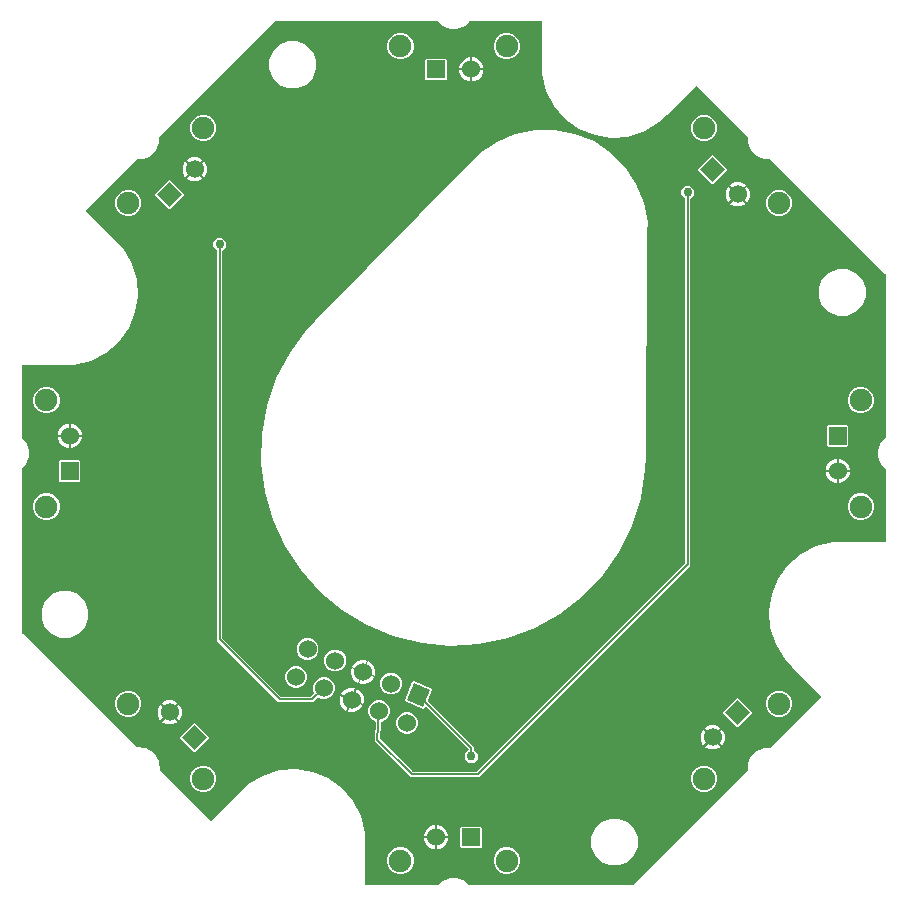
<source format=gbr>
G04 EAGLE Gerber RS-274X export*
G75*
%MOMM*%
%FSLAX34Y34*%
%LPD*%
%INBottom Copper*%
%IPPOS*%
%AMOC8*
5,1,8,0,0,1.08239X$1,22.5*%
G01*
G04 Define Apertures*
%ADD10R,1.530000X1.530000*%
%ADD11C,1.530000*%
%ADD12R,1.530000X1.530000*%
%ADD13C,1.905000*%
%ADD14C,0.756400*%
%ADD15C,0.152400*%
G36*
X-13207Y-365700D02*
X-13504Y-365760D01*
X-74336Y-365760D01*
X-74610Y-365709D01*
X-74866Y-365545D01*
X-75037Y-365295D01*
X-75098Y-364998D01*
X-75098Y-321257D01*
X-78466Y-307226D01*
X-85017Y-294368D01*
X-94389Y-283396D01*
X-106063Y-274914D01*
X-119395Y-269392D01*
X-133648Y-267134D01*
X-148033Y-268266D01*
X-161757Y-272726D01*
X-174061Y-280265D01*
X-179163Y-285367D01*
X-180699Y-286903D01*
X-204991Y-311195D01*
X-205221Y-311353D01*
X-205517Y-311418D01*
X-205815Y-311362D01*
X-206068Y-311195D01*
X-248795Y-268468D01*
X-248937Y-268270D01*
X-249017Y-267978D01*
X-248984Y-267741D01*
X-249831Y-260222D01*
X-253841Y-253841D01*
X-260222Y-249831D01*
X-267732Y-248985D01*
X-267917Y-249018D01*
X-268215Y-248963D01*
X-268468Y-248795D01*
X-365537Y-151726D01*
X-365700Y-151484D01*
X-365760Y-151187D01*
X-365760Y-13504D01*
X-365704Y-13218D01*
X-365537Y-12966D01*
X-361924Y-9352D01*
X-359410Y-3284D01*
X-359410Y3284D01*
X-361924Y9352D01*
X-365537Y12966D01*
X-365700Y13207D01*
X-365760Y13504D01*
X-365760Y74336D01*
X-365709Y74610D01*
X-365545Y74866D01*
X-365295Y75037D01*
X-364998Y75098D01*
X-321257Y75098D01*
X-307226Y78466D01*
X-294368Y85017D01*
X-283396Y94389D01*
X-274914Y106063D01*
X-269392Y119395D01*
X-267134Y133648D01*
X-268266Y148033D01*
X-272726Y161757D01*
X-280265Y174061D01*
X-285367Y179163D01*
X-286502Y180297D01*
X-311195Y204991D01*
X-311353Y205221D01*
X-311418Y205517D01*
X-311362Y205815D01*
X-311195Y206068D01*
X-268180Y249082D01*
X-267939Y249245D01*
X-267642Y249306D01*
X-262532Y249306D01*
X-256463Y251819D01*
X-251819Y256463D01*
X-249306Y262532D01*
X-249306Y267642D01*
X-249250Y267927D01*
X-249082Y268180D01*
X-151726Y365537D01*
X-151484Y365700D01*
X-151187Y365760D01*
X-13504Y365760D01*
X-13218Y365704D01*
X-12966Y365537D01*
X-9352Y361924D01*
X-3284Y359410D01*
X3284Y359410D01*
X9352Y361924D01*
X12966Y365537D01*
X13207Y365700D01*
X13504Y365760D01*
X74336Y365760D01*
X74610Y365709D01*
X74866Y365545D01*
X75037Y365295D01*
X75098Y364998D01*
X75098Y321257D01*
X78466Y307226D01*
X85017Y294368D01*
X94389Y283396D01*
X106063Y274914D01*
X119395Y269392D01*
X133648Y267134D01*
X148033Y268266D01*
X161757Y272726D01*
X174061Y280265D01*
X179163Y285367D01*
X180575Y286780D01*
X204991Y311195D01*
X205221Y311353D01*
X205517Y311418D01*
X205815Y311362D01*
X206068Y311195D01*
X249082Y268180D01*
X249245Y267939D01*
X249306Y267642D01*
X249306Y262532D01*
X251819Y256463D01*
X256463Y251819D01*
X262532Y249306D01*
X267642Y249306D01*
X267927Y249250D01*
X268180Y249082D01*
X365537Y151726D01*
X365700Y151484D01*
X365760Y151187D01*
X365760Y13504D01*
X365704Y13218D01*
X365537Y12966D01*
X361924Y9352D01*
X359410Y3284D01*
X359410Y-3284D01*
X361924Y-9352D01*
X365537Y-12966D01*
X365700Y-13207D01*
X365760Y-13504D01*
X365760Y-74336D01*
X365709Y-74610D01*
X365545Y-74866D01*
X365295Y-75037D01*
X364998Y-75098D01*
X321257Y-75098D01*
X307226Y-78466D01*
X294368Y-85017D01*
X283396Y-94389D01*
X274914Y-106063D01*
X269392Y-119395D01*
X267134Y-133648D01*
X268266Y-148033D01*
X272726Y-161757D01*
X280265Y-174061D01*
X285367Y-179163D01*
X286903Y-180699D01*
X311195Y-204991D01*
X311353Y-205221D01*
X311418Y-205517D01*
X311362Y-205815D01*
X311195Y-206068D01*
X268180Y-249082D01*
X267939Y-249245D01*
X267642Y-249306D01*
X262532Y-249306D01*
X256463Y-251819D01*
X251819Y-256463D01*
X249306Y-262532D01*
X249306Y-267642D01*
X249250Y-267927D01*
X249082Y-268180D01*
X151726Y-365537D01*
X151484Y-365700D01*
X151187Y-365760D01*
X13504Y-365760D01*
X13218Y-365704D01*
X12966Y-365537D01*
X9352Y-361924D01*
X3284Y-359410D01*
X-3284Y-359410D01*
X-9352Y-361924D01*
X-12966Y-365537D01*
X-13207Y-365700D01*
G37*
%LPC*%
G36*
X-47198Y333671D02*
X-42802Y333671D01*
X-38741Y335353D01*
X-35633Y338461D01*
X-33951Y342522D01*
X-33951Y346918D01*
X-35633Y350979D01*
X-38741Y354087D01*
X-42802Y355769D01*
X-47198Y355769D01*
X-51259Y354087D01*
X-54367Y350979D01*
X-56049Y346918D01*
X-56049Y342522D01*
X-54367Y338461D01*
X-51259Y335353D01*
X-47198Y333671D01*
G37*
G36*
X42802Y333671D02*
X47198Y333671D01*
X51259Y335353D01*
X54367Y338461D01*
X56049Y342522D01*
X56049Y346918D01*
X54367Y350979D01*
X51259Y354087D01*
X47198Y355769D01*
X42802Y355769D01*
X38741Y354087D01*
X35633Y350979D01*
X33951Y346918D01*
X33951Y342522D01*
X35633Y338461D01*
X38741Y335353D01*
X42802Y333671D01*
G37*
G36*
X-140217Y309150D02*
X-132325Y309150D01*
X-125034Y312170D01*
X-119453Y317750D01*
X-116433Y325041D01*
X-116433Y332933D01*
X-119453Y340224D01*
X-125034Y345804D01*
X-132325Y348824D01*
X-140217Y348824D01*
X-147508Y345804D01*
X-153088Y340224D01*
X-156108Y332933D01*
X-156108Y325041D01*
X-153088Y317750D01*
X-147508Y312170D01*
X-140217Y309150D01*
G37*
G36*
X15762Y325882D02*
X25190Y325882D01*
X25190Y327147D01*
X23639Y330892D01*
X20772Y333759D01*
X17027Y335310D01*
X15762Y335310D01*
X15762Y325882D01*
G37*
G36*
X4810Y325882D02*
X14238Y325882D01*
X14238Y335310D01*
X12973Y335310D01*
X9228Y333759D01*
X6361Y330892D01*
X4810Y327147D01*
X4810Y325882D01*
G37*
G36*
X-23281Y315946D02*
X-6719Y315946D01*
X-5826Y316839D01*
X-5826Y333401D01*
X-6719Y334294D01*
X-23281Y334294D01*
X-24174Y333401D01*
X-24174Y316839D01*
X-23281Y315946D01*
G37*
G36*
X15762Y314930D02*
X17027Y314930D01*
X20772Y316481D01*
X23639Y319348D01*
X25190Y323093D01*
X25190Y324358D01*
X15762Y324358D01*
X15762Y314930D01*
G37*
G36*
X12973Y314930D02*
X14238Y314930D01*
X14238Y324358D01*
X4810Y324358D01*
X4810Y323093D01*
X6361Y319348D01*
X9228Y316481D01*
X12973Y314930D01*
G37*
G36*
X209732Y264520D02*
X214127Y264520D01*
X218188Y266202D01*
X221296Y269310D01*
X222978Y273371D01*
X222978Y277767D01*
X221296Y281828D01*
X218188Y284936D01*
X214127Y286618D01*
X209732Y286618D01*
X205671Y284936D01*
X202563Y281828D01*
X200880Y277767D01*
X200880Y273371D01*
X202563Y269310D01*
X205671Y266202D01*
X209732Y264520D01*
G37*
G36*
X-214127Y264520D02*
X-209732Y264520D01*
X-205671Y266202D01*
X-202563Y269310D01*
X-200880Y273371D01*
X-200880Y277767D01*
X-202563Y281828D01*
X-205671Y284936D01*
X-209732Y286618D01*
X-214127Y286618D01*
X-218188Y284936D01*
X-221296Y281828D01*
X-222978Y277767D01*
X-222978Y273371D01*
X-221296Y269310D01*
X-218188Y266202D01*
X-214127Y264520D01*
G37*
G36*
X-27114Y-160750D02*
X-2722Y-162998D01*
X21731Y-161566D01*
X45693Y-156486D01*
X68624Y-147873D01*
X90006Y-135922D01*
X109356Y-120901D01*
X126236Y-103152D01*
X140266Y-83073D01*
X151130Y-61118D01*
X158581Y-37784D01*
X162453Y-13597D01*
X162536Y-3522D01*
X164100Y184843D01*
X164100Y184843D01*
X164118Y187015D01*
X164189Y195581D01*
X160963Y212407D01*
X154495Y228271D01*
X145036Y242555D01*
X132955Y254703D01*
X118724Y264240D01*
X102896Y270797D01*
X86088Y274116D01*
X68956Y274068D01*
X52167Y270656D01*
X36376Y264013D01*
X22197Y254396D01*
X16191Y248289D01*
X14667Y246740D01*
X14667Y246740D01*
X-117421Y112440D01*
X-124486Y105257D01*
X-138851Y85417D01*
X-150082Y63648D01*
X-157925Y40442D01*
X-162201Y16323D01*
X-162816Y-8164D01*
X-159755Y-32467D01*
X-153087Y-56037D01*
X-142963Y-78342D01*
X-129610Y-98878D01*
X-113332Y-117182D01*
X-94495Y-132840D01*
X-73524Y-145499D01*
X-50894Y-154873D01*
X-27114Y-160750D01*
G37*
G36*
X218652Y228154D02*
X219915Y228154D01*
X231626Y239865D01*
X231626Y241128D01*
X219915Y252839D01*
X218652Y252839D01*
X206941Y241128D01*
X206941Y239865D01*
X218652Y228154D01*
G37*
G36*
X-225950Y248241D02*
X-219283Y241574D01*
X-212617Y248241D01*
X-213511Y249135D01*
X-217256Y250687D01*
X-221310Y250687D01*
X-225056Y249135D01*
X-225950Y248241D01*
G37*
G36*
X-218206Y240497D02*
X-211539Y233830D01*
X-210645Y234724D01*
X-209093Y238470D01*
X-209093Y242524D01*
X-210645Y246269D01*
X-211539Y247163D01*
X-218206Y240497D01*
G37*
G36*
X-227922Y234724D02*
X-227028Y233830D01*
X-220361Y240497D01*
X-227028Y247163D01*
X-227922Y246269D01*
X-229473Y242524D01*
X-229473Y238470D01*
X-227922Y234724D01*
G37*
G36*
X-221310Y230307D02*
X-217256Y230307D01*
X-213511Y231858D01*
X-212617Y232752D01*
X-219283Y239419D01*
X-225950Y232752D01*
X-225056Y231858D01*
X-221310Y230307D01*
G37*
G36*
X-241128Y206941D02*
X-239865Y206941D01*
X-228154Y218652D01*
X-228154Y219915D01*
X-239865Y231626D01*
X-241128Y231626D01*
X-252839Y219915D01*
X-252839Y218652D01*
X-241128Y206941D01*
G37*
G36*
X233830Y227028D02*
X240497Y220361D01*
X247163Y227028D01*
X246269Y227922D01*
X242524Y229473D01*
X238470Y229473D01*
X234724Y227922D01*
X233830Y227028D01*
G37*
G36*
X-36507Y-274066D02*
X21267Y-274066D01*
X200406Y-94927D01*
X200406Y215447D01*
X200462Y215733D01*
X200629Y215985D01*
X203426Y218782D01*
X203426Y223178D01*
X200318Y226286D01*
X195922Y226286D01*
X192814Y223178D01*
X192814Y218782D01*
X195611Y215985D01*
X195774Y215744D01*
X195834Y215447D01*
X195834Y-92717D01*
X195778Y-93003D01*
X195611Y-93256D01*
X19596Y-269271D01*
X19355Y-269434D01*
X19057Y-269494D01*
X-34297Y-269494D01*
X-34583Y-269438D01*
X-34836Y-269271D01*
X-61876Y-242231D01*
X-62056Y-241945D01*
X-62098Y-241644D01*
X-61244Y-227998D01*
X-61192Y-227765D01*
X-61026Y-227511D01*
X-60775Y-227342D01*
X-57731Y-226081D01*
X-55150Y-223500D01*
X-53754Y-220128D01*
X-53754Y-216479D01*
X-55150Y-213107D01*
X-57731Y-210526D01*
X-61103Y-209129D01*
X-64752Y-209129D01*
X-68124Y-210526D01*
X-70705Y-213107D01*
X-72102Y-216479D01*
X-72102Y-220128D01*
X-70705Y-223500D01*
X-68124Y-226081D01*
X-66269Y-226849D01*
X-65997Y-227040D01*
X-65842Y-227300D01*
X-65800Y-227601D01*
X-66675Y-241582D01*
X-66729Y-241820D01*
X-66751Y-241854D01*
X-66751Y-242779D01*
X-66753Y-242827D01*
X-66810Y-243739D01*
X-66804Y-243769D01*
X-66149Y-244424D01*
X-66117Y-244458D01*
X-65512Y-245143D01*
X-65267Y-245306D01*
X-36507Y-274066D01*
G37*
G36*
X231858Y213511D02*
X232752Y212617D01*
X239419Y219283D01*
X232752Y225950D01*
X231858Y225056D01*
X230307Y221310D01*
X230307Y217256D01*
X231858Y213511D01*
G37*
G36*
X241574Y219283D02*
X248241Y212617D01*
X249135Y213511D01*
X250687Y217256D01*
X250687Y221310D01*
X249135Y225056D01*
X248241Y225950D01*
X241574Y219283D01*
G37*
G36*
X273371Y200880D02*
X277767Y200880D01*
X281828Y202563D01*
X284936Y205671D01*
X286618Y209732D01*
X286618Y214127D01*
X284936Y218188D01*
X281828Y221296D01*
X277767Y222978D01*
X273371Y222978D01*
X269310Y221296D01*
X266202Y218188D01*
X264520Y214127D01*
X264520Y209732D01*
X266202Y205671D01*
X269310Y202563D01*
X273371Y200880D01*
G37*
G36*
X-277767Y200880D02*
X-273371Y200880D01*
X-269310Y202563D01*
X-266202Y205671D01*
X-264520Y209732D01*
X-264520Y214127D01*
X-266202Y218188D01*
X-269310Y221296D01*
X-273371Y222978D01*
X-277767Y222978D01*
X-281828Y221296D01*
X-284936Y218188D01*
X-286618Y214127D01*
X-286618Y209732D01*
X-284936Y205671D01*
X-281828Y202563D01*
X-277767Y200880D01*
G37*
G36*
X238470Y209093D02*
X242524Y209093D01*
X246269Y210645D01*
X247163Y211539D01*
X240497Y218206D01*
X233830Y211539D01*
X234724Y210645D01*
X238470Y209093D01*
G37*
G36*
X-120100Y-210567D02*
X-119161Y-210605D01*
X-118496Y-209940D01*
X-118474Y-209919D01*
X-115321Y-207010D01*
X-115107Y-206871D01*
X-114810Y-206808D01*
X-114513Y-206866D01*
X-111685Y-208037D01*
X-108036Y-208037D01*
X-104664Y-206640D01*
X-102083Y-204060D01*
X-100687Y-200688D01*
X-100687Y-197038D01*
X-102083Y-193666D01*
X-104664Y-191086D01*
X-108036Y-189689D01*
X-111685Y-189689D01*
X-115057Y-191086D01*
X-117638Y-193666D01*
X-119035Y-197038D01*
X-119035Y-200688D01*
X-118181Y-202749D01*
X-118123Y-203059D01*
X-118191Y-203355D01*
X-118368Y-203601D01*
X-120744Y-205792D01*
X-120963Y-205934D01*
X-121260Y-205994D01*
X-146057Y-205994D01*
X-146343Y-205938D01*
X-146596Y-205771D01*
X-195611Y-156756D01*
X-195774Y-156515D01*
X-195834Y-156217D01*
X-195834Y171373D01*
X-195778Y171659D01*
X-195611Y171912D01*
X-192814Y174709D01*
X-192814Y179105D01*
X-195922Y182213D01*
X-200318Y182213D01*
X-203426Y179105D01*
X-203426Y174709D01*
X-200629Y171912D01*
X-200466Y171671D01*
X-200406Y171373D01*
X-200406Y-158427D01*
X-148267Y-210566D01*
X-120131Y-210566D01*
X-120100Y-210567D01*
G37*
G36*
X325041Y116433D02*
X332933Y116433D01*
X340224Y119453D01*
X345804Y125034D01*
X348824Y132325D01*
X348824Y140217D01*
X345804Y147508D01*
X340224Y153088D01*
X332933Y156108D01*
X325041Y156108D01*
X317750Y153088D01*
X312170Y147508D01*
X309150Y140217D01*
X309150Y132325D01*
X312170Y125034D01*
X317750Y119453D01*
X325041Y116433D01*
G37*
G36*
X-346918Y33951D02*
X-342522Y33951D01*
X-338461Y35633D01*
X-335353Y38741D01*
X-333671Y42802D01*
X-333671Y47198D01*
X-335353Y51259D01*
X-338461Y54367D01*
X-342522Y56049D01*
X-346918Y56049D01*
X-350979Y54367D01*
X-354087Y51259D01*
X-355769Y47198D01*
X-355769Y42802D01*
X-354087Y38741D01*
X-350979Y35633D01*
X-346918Y33951D01*
G37*
G36*
X342522Y33951D02*
X346918Y33951D01*
X350979Y35633D01*
X354087Y38741D01*
X355769Y42802D01*
X355769Y47198D01*
X354087Y51259D01*
X350979Y54367D01*
X346918Y56049D01*
X342522Y56049D01*
X338461Y54367D01*
X335353Y51259D01*
X333671Y47198D01*
X333671Y42802D01*
X335353Y38741D01*
X338461Y35633D01*
X342522Y33951D01*
G37*
G36*
X-335310Y15762D02*
X-325882Y15762D01*
X-325882Y25190D01*
X-327147Y25190D01*
X-330892Y23639D01*
X-333759Y20772D01*
X-335310Y17027D01*
X-335310Y15762D01*
G37*
G36*
X-324358Y15762D02*
X-314930Y15762D01*
X-314930Y17027D01*
X-316481Y20772D01*
X-319348Y23639D01*
X-323093Y25190D01*
X-324358Y25190D01*
X-324358Y15762D01*
G37*
G36*
X316839Y5826D02*
X333401Y5826D01*
X334294Y6719D01*
X334294Y23281D01*
X333401Y24174D01*
X316839Y24174D01*
X315946Y23281D01*
X315946Y6719D01*
X316839Y5826D01*
G37*
G36*
X-324358Y4810D02*
X-323093Y4810D01*
X-319348Y6361D01*
X-316481Y9228D01*
X-314930Y12973D01*
X-314930Y14238D01*
X-324358Y14238D01*
X-324358Y4810D01*
G37*
G36*
X-327147Y4810D02*
X-325882Y4810D01*
X-325882Y14238D01*
X-335310Y14238D01*
X-335310Y12973D01*
X-333759Y9228D01*
X-330892Y6361D01*
X-327147Y4810D01*
G37*
G36*
X325882Y-14238D02*
X335310Y-14238D01*
X335310Y-12973D01*
X333759Y-9228D01*
X330892Y-6361D01*
X327147Y-4810D01*
X325882Y-4810D01*
X325882Y-14238D01*
G37*
G36*
X314930Y-14238D02*
X324358Y-14238D01*
X324358Y-4810D01*
X323093Y-4810D01*
X319348Y-6361D01*
X316481Y-9228D01*
X314930Y-12973D01*
X314930Y-14238D01*
G37*
G36*
X-333401Y-24174D02*
X-316839Y-24174D01*
X-315946Y-23281D01*
X-315946Y-6719D01*
X-316839Y-5826D01*
X-333401Y-5826D01*
X-334294Y-6719D01*
X-334294Y-23281D01*
X-333401Y-24174D01*
G37*
G36*
X323093Y-25190D02*
X324358Y-25190D01*
X324358Y-15762D01*
X314930Y-15762D01*
X314930Y-17027D01*
X316481Y-20772D01*
X319348Y-23639D01*
X323093Y-25190D01*
G37*
G36*
X325882Y-25190D02*
X327147Y-25190D01*
X330892Y-23639D01*
X333759Y-20772D01*
X335310Y-17027D01*
X335310Y-15762D01*
X325882Y-15762D01*
X325882Y-25190D01*
G37*
G36*
X-346918Y-56049D02*
X-342522Y-56049D01*
X-338461Y-54367D01*
X-335353Y-51259D01*
X-333671Y-47198D01*
X-333671Y-42802D01*
X-335353Y-38741D01*
X-338461Y-35633D01*
X-342522Y-33951D01*
X-346918Y-33951D01*
X-350979Y-35633D01*
X-354087Y-38741D01*
X-355769Y-42802D01*
X-355769Y-47198D01*
X-354087Y-51259D01*
X-350979Y-54367D01*
X-346918Y-56049D01*
G37*
G36*
X342522Y-56049D02*
X346918Y-56049D01*
X350979Y-54367D01*
X354087Y-51259D01*
X355769Y-47198D01*
X355769Y-42802D01*
X354087Y-38741D01*
X350979Y-35633D01*
X346918Y-33951D01*
X342522Y-33951D01*
X338461Y-35633D01*
X335353Y-38741D01*
X333671Y-42802D01*
X333671Y-47198D01*
X335353Y-51259D01*
X338461Y-54367D01*
X342522Y-56049D01*
G37*
G36*
X-332933Y-156108D02*
X-325041Y-156108D01*
X-317750Y-153088D01*
X-312170Y-147508D01*
X-309150Y-140217D01*
X-309150Y-132325D01*
X-312170Y-125034D01*
X-317750Y-119453D01*
X-325041Y-116433D01*
X-332933Y-116433D01*
X-340224Y-119453D01*
X-345804Y-125034D01*
X-348824Y-132325D01*
X-348824Y-140217D01*
X-345804Y-147508D01*
X-340224Y-153088D01*
X-332933Y-156108D01*
G37*
G36*
X-125432Y-174850D02*
X-121782Y-174850D01*
X-118410Y-173454D01*
X-115830Y-170873D01*
X-114433Y-167501D01*
X-114433Y-163852D01*
X-115830Y-160480D01*
X-118410Y-157899D01*
X-121782Y-156502D01*
X-125432Y-156502D01*
X-128804Y-157899D01*
X-131384Y-160480D01*
X-132781Y-163852D01*
X-132781Y-167501D01*
X-131384Y-170873D01*
X-128804Y-173454D01*
X-125432Y-174850D01*
G37*
G36*
X-101965Y-184571D02*
X-98316Y-184571D01*
X-94944Y-183174D01*
X-92363Y-180593D01*
X-90966Y-177221D01*
X-90966Y-173572D01*
X-92363Y-170200D01*
X-94944Y-167619D01*
X-98316Y-166223D01*
X-101965Y-166223D01*
X-105337Y-167619D01*
X-107918Y-170200D01*
X-109314Y-173572D01*
X-109314Y-177221D01*
X-107918Y-180593D01*
X-105337Y-183174D01*
X-101965Y-184571D01*
G37*
G36*
X-85797Y-180513D02*
X-77086Y-184121D01*
X-73478Y-175411D01*
X-74647Y-174927D01*
X-78701Y-174927D01*
X-82446Y-176478D01*
X-85313Y-179345D01*
X-85797Y-180513D01*
G37*
G36*
X-75678Y-184704D02*
X-66968Y-188312D01*
X-66484Y-187144D01*
X-66484Y-183090D01*
X-68035Y-179345D01*
X-70902Y-176478D01*
X-72070Y-175994D01*
X-75678Y-184704D01*
G37*
G36*
X-135152Y-198317D02*
X-131502Y-198317D01*
X-128131Y-196920D01*
X-125550Y-194340D01*
X-124153Y-190968D01*
X-124153Y-187318D01*
X-125550Y-183946D01*
X-128131Y-181366D01*
X-131502Y-179969D01*
X-135152Y-179969D01*
X-138524Y-181366D01*
X-141105Y-183946D01*
X-142501Y-187318D01*
X-142501Y-190968D01*
X-141105Y-194340D01*
X-138524Y-196920D01*
X-135152Y-198317D01*
G37*
G36*
X-82446Y-193755D02*
X-81277Y-194239D01*
X-77670Y-185529D01*
X-86380Y-181921D01*
X-86864Y-183090D01*
X-86864Y-187144D01*
X-85313Y-190889D01*
X-82446Y-193755D01*
G37*
G36*
X-55032Y-204011D02*
X-51383Y-204011D01*
X-48011Y-202614D01*
X-45430Y-200034D01*
X-44033Y-196662D01*
X-44033Y-193012D01*
X-45430Y-189640D01*
X-48011Y-187060D01*
X-51383Y-185663D01*
X-55032Y-185663D01*
X-58404Y-187060D01*
X-60985Y-189640D01*
X-62381Y-193012D01*
X-62381Y-196662D01*
X-60985Y-200034D01*
X-58404Y-202614D01*
X-55032Y-204011D01*
G37*
G36*
X-78701Y-195307D02*
X-74647Y-195307D01*
X-70902Y-193755D01*
X-68035Y-190889D01*
X-67551Y-189720D01*
X-76262Y-186112D01*
X-79869Y-194823D01*
X-78701Y-195307D01*
G37*
G36*
X12802Y-261846D02*
X17198Y-261846D01*
X20306Y-258738D01*
X20306Y-254342D01*
X17509Y-251545D01*
X17346Y-251304D01*
X17286Y-251007D01*
X17286Y-248351D01*
X-21412Y-209653D01*
X-21573Y-209416D01*
X-21636Y-209120D01*
X-21578Y-208822D01*
X-18096Y-200417D01*
X-18579Y-199251D01*
X-33881Y-192912D01*
X-35047Y-193395D01*
X-41386Y-208697D01*
X-40902Y-209864D01*
X-25601Y-216202D01*
X-24434Y-215719D01*
X-24103Y-214918D01*
X-23954Y-214688D01*
X-23707Y-214513D01*
X-23411Y-214448D01*
X-23113Y-214503D01*
X-22860Y-214671D01*
X12491Y-250022D01*
X12654Y-250263D01*
X12714Y-250560D01*
X12714Y-251007D01*
X12658Y-251293D01*
X12491Y-251545D01*
X9694Y-254342D01*
X9694Y-258738D01*
X12802Y-261846D01*
G37*
G36*
X-95517Y-203980D02*
X-86806Y-207588D01*
X-83199Y-198877D01*
X-84367Y-198393D01*
X-88421Y-198393D01*
X-92166Y-199945D01*
X-95033Y-202811D01*
X-95517Y-203980D01*
G37*
G36*
X-85398Y-208171D02*
X-76688Y-211779D01*
X-76204Y-210610D01*
X-76204Y-206556D01*
X-77755Y-202811D01*
X-80622Y-199945D01*
X-81791Y-199461D01*
X-85398Y-208171D01*
G37*
G36*
X273371Y-222978D02*
X277767Y-222978D01*
X281828Y-221296D01*
X284936Y-218188D01*
X286618Y-214127D01*
X286618Y-209732D01*
X284936Y-205671D01*
X281828Y-202563D01*
X277767Y-200880D01*
X273371Y-200880D01*
X269310Y-202563D01*
X266202Y-205671D01*
X264520Y-209732D01*
X264520Y-214127D01*
X266202Y-218188D01*
X269310Y-221296D01*
X273371Y-222978D01*
G37*
G36*
X-277767Y-222978D02*
X-273371Y-222978D01*
X-269310Y-221296D01*
X-266202Y-218188D01*
X-264520Y-214127D01*
X-264520Y-209732D01*
X-266202Y-205671D01*
X-269310Y-202563D01*
X-273371Y-200880D01*
X-277767Y-200880D01*
X-281828Y-202563D01*
X-284936Y-205671D01*
X-286618Y-209732D01*
X-286618Y-214127D01*
X-284936Y-218188D01*
X-281828Y-221296D01*
X-277767Y-222978D01*
G37*
G36*
X-92166Y-217222D02*
X-90998Y-217706D01*
X-87390Y-208996D01*
X-96100Y-205388D01*
X-96584Y-206556D01*
X-96584Y-210610D01*
X-95033Y-214355D01*
X-92166Y-217222D01*
G37*
G36*
X239865Y-231626D02*
X241128Y-231626D01*
X252839Y-219915D01*
X252839Y-218652D01*
X241128Y-206941D01*
X239865Y-206941D01*
X228154Y-218652D01*
X228154Y-219915D01*
X239865Y-231626D01*
G37*
G36*
X-247163Y-211539D02*
X-240497Y-218206D01*
X-233830Y-211539D01*
X-234724Y-210645D01*
X-238470Y-209093D01*
X-242524Y-209093D01*
X-246269Y-210645D01*
X-247163Y-211539D01*
G37*
G36*
X-88421Y-218773D02*
X-84367Y-218773D01*
X-80622Y-217222D01*
X-77755Y-214355D01*
X-77271Y-213187D01*
X-85982Y-209579D01*
X-89590Y-218289D01*
X-88421Y-218773D01*
G37*
G36*
X-239419Y-219283D02*
X-232752Y-225950D01*
X-231858Y-225056D01*
X-230307Y-221310D01*
X-230307Y-217256D01*
X-231858Y-213511D01*
X-232752Y-212617D01*
X-239419Y-219283D01*
G37*
G36*
X-249135Y-225056D02*
X-248241Y-225950D01*
X-241574Y-219283D01*
X-248241Y-212617D01*
X-249135Y-213511D01*
X-250687Y-217256D01*
X-250687Y-221310D01*
X-249135Y-225056D01*
G37*
G36*
X-41286Y-237198D02*
X-37636Y-237198D01*
X-34264Y-235801D01*
X-31684Y-233220D01*
X-30287Y-229848D01*
X-30287Y-226199D01*
X-31684Y-222827D01*
X-34264Y-220246D01*
X-37636Y-218850D01*
X-41286Y-218850D01*
X-44658Y-220246D01*
X-47238Y-222827D01*
X-48635Y-226199D01*
X-48635Y-229848D01*
X-47238Y-233220D01*
X-44658Y-235801D01*
X-41286Y-237198D01*
G37*
G36*
X-242524Y-229473D02*
X-238470Y-229473D01*
X-234724Y-227922D01*
X-233830Y-227028D01*
X-240497Y-220361D01*
X-247163Y-227028D01*
X-246269Y-227922D01*
X-242524Y-229473D01*
G37*
G36*
X-219915Y-252839D02*
X-218652Y-252839D01*
X-206941Y-241128D01*
X-206941Y-239865D01*
X-218652Y-228154D01*
X-219915Y-228154D01*
X-231626Y-239865D01*
X-231626Y-241128D01*
X-219915Y-252839D01*
G37*
G36*
X212617Y-232752D02*
X219283Y-239419D01*
X225950Y-232752D01*
X225056Y-231858D01*
X221310Y-230307D01*
X217256Y-230307D01*
X213511Y-231858D01*
X212617Y-232752D01*
G37*
G36*
X210645Y-246269D02*
X211539Y-247163D01*
X218206Y-240497D01*
X211539Y-233830D01*
X210645Y-234724D01*
X209093Y-238470D01*
X209093Y-242524D01*
X210645Y-246269D01*
G37*
G36*
X220361Y-240497D02*
X227028Y-247163D01*
X227922Y-246269D01*
X229473Y-242524D01*
X229473Y-238470D01*
X227922Y-234724D01*
X227028Y-233830D01*
X220361Y-240497D01*
G37*
G36*
X217256Y-250687D02*
X221310Y-250687D01*
X225056Y-249135D01*
X225950Y-248241D01*
X219283Y-241574D01*
X212617Y-248241D01*
X213511Y-249135D01*
X217256Y-250687D01*
G37*
G36*
X209732Y-286618D02*
X214127Y-286618D01*
X218188Y-284936D01*
X221296Y-281828D01*
X222978Y-277767D01*
X222978Y-273371D01*
X221296Y-269310D01*
X218188Y-266202D01*
X214127Y-264520D01*
X209732Y-264520D01*
X205671Y-266202D01*
X202563Y-269310D01*
X200880Y-273371D01*
X200880Y-277767D01*
X202563Y-281828D01*
X205671Y-284936D01*
X209732Y-286618D01*
G37*
G36*
X-214127Y-286618D02*
X-209732Y-286618D01*
X-205671Y-284936D01*
X-202563Y-281828D01*
X-200880Y-277767D01*
X-200880Y-273371D01*
X-202563Y-269310D01*
X-205671Y-266202D01*
X-209732Y-264520D01*
X-214127Y-264520D01*
X-218188Y-266202D01*
X-221296Y-269310D01*
X-222978Y-273371D01*
X-222978Y-277767D01*
X-221296Y-281828D01*
X-218188Y-284936D01*
X-214127Y-286618D01*
G37*
G36*
X132325Y-348824D02*
X140217Y-348824D01*
X147508Y-345804D01*
X153088Y-340224D01*
X156108Y-332933D01*
X156108Y-325041D01*
X153088Y-317750D01*
X147508Y-312170D01*
X140217Y-309150D01*
X132325Y-309150D01*
X125034Y-312170D01*
X119453Y-317750D01*
X116433Y-325041D01*
X116433Y-332933D01*
X119453Y-340224D01*
X125034Y-345804D01*
X132325Y-348824D01*
G37*
G36*
X-25190Y-324358D02*
X-15762Y-324358D01*
X-15762Y-314930D01*
X-17027Y-314930D01*
X-20772Y-316481D01*
X-23639Y-319348D01*
X-25190Y-323093D01*
X-25190Y-324358D01*
G37*
G36*
X-14238Y-324358D02*
X-4810Y-324358D01*
X-4810Y-323093D01*
X-6361Y-319348D01*
X-9228Y-316481D01*
X-12973Y-314930D01*
X-14238Y-314930D01*
X-14238Y-324358D01*
G37*
G36*
X6719Y-334294D02*
X23281Y-334294D01*
X24174Y-333401D01*
X24174Y-316839D01*
X23281Y-315946D01*
X6719Y-315946D01*
X5826Y-316839D01*
X5826Y-333401D01*
X6719Y-334294D01*
G37*
G36*
X-14238Y-335310D02*
X-12973Y-335310D01*
X-9228Y-333759D01*
X-6361Y-330892D01*
X-4810Y-327147D01*
X-4810Y-325882D01*
X-14238Y-325882D01*
X-14238Y-335310D01*
G37*
G36*
X-17027Y-335310D02*
X-15762Y-335310D01*
X-15762Y-325882D01*
X-25190Y-325882D01*
X-25190Y-327147D01*
X-23639Y-330892D01*
X-20772Y-333759D01*
X-17027Y-335310D01*
G37*
G36*
X42802Y-355769D02*
X47198Y-355769D01*
X51259Y-354087D01*
X54367Y-350979D01*
X56049Y-346918D01*
X56049Y-342522D01*
X54367Y-338461D01*
X51259Y-335353D01*
X47198Y-333671D01*
X42802Y-333671D01*
X38741Y-335353D01*
X35633Y-338461D01*
X33951Y-342522D01*
X33951Y-346918D01*
X35633Y-350979D01*
X38741Y-354087D01*
X42802Y-355769D01*
G37*
G36*
X-47198Y-355769D02*
X-42802Y-355769D01*
X-38741Y-354087D01*
X-35633Y-350979D01*
X-33951Y-346918D01*
X-33951Y-342522D01*
X-35633Y-338461D01*
X-38741Y-335353D01*
X-42802Y-333671D01*
X-47198Y-333671D01*
X-51259Y-335353D01*
X-54367Y-338461D01*
X-56049Y-342522D01*
X-56049Y-346918D01*
X-54367Y-350979D01*
X-51259Y-354087D01*
X-47198Y-355769D01*
G37*
%LPD*%
D10*
G36*
X-33881Y-194562D02*
X-19746Y-200417D01*
X-25601Y-214552D01*
X-39736Y-208697D01*
X-33881Y-194562D01*
G37*
D11*
X-39461Y-228024D03*
X-53207Y-194837D03*
X-62928Y-218303D03*
X-76674Y-185117D03*
X-86394Y-208583D03*
X-100140Y-175397D03*
X-109861Y-198863D03*
X-123607Y-165676D03*
X-133327Y-189143D03*
D12*
X15000Y-325120D03*
D11*
X-15000Y-325120D03*
D13*
X45000Y-344720D03*
X-45000Y-344720D03*
D10*
G36*
X251315Y-219283D02*
X240497Y-230101D01*
X229679Y-219283D01*
X240497Y-208465D01*
X251315Y-219283D01*
G37*
D11*
X219283Y-240497D03*
D13*
X275569Y-211929D03*
X211929Y-275569D03*
D12*
X325120Y15000D03*
D11*
X325120Y-15000D03*
D13*
X344720Y45000D03*
X344720Y-45000D03*
D10*
G36*
X219283Y251315D02*
X230101Y240497D01*
X219283Y229679D01*
X208465Y240497D01*
X219283Y251315D01*
G37*
D11*
X240497Y219283D03*
D13*
X211929Y275569D03*
X275569Y211929D03*
D12*
X-15000Y325120D03*
D11*
X15000Y325120D03*
D13*
X-45000Y344720D03*
X45000Y344720D03*
D10*
G36*
X-251315Y219283D02*
X-240497Y230101D01*
X-229679Y219283D01*
X-240497Y208465D01*
X-251315Y219283D01*
G37*
D11*
X-219283Y240497D03*
D13*
X-275569Y211929D03*
X-211929Y275569D03*
D12*
X-325120Y-15000D03*
D11*
X-325120Y15000D03*
D13*
X-344720Y-45000D03*
X-344720Y45000D03*
D10*
G36*
X-219283Y-251315D02*
X-230101Y-240497D01*
X-219283Y-229679D01*
X-208465Y-240497D01*
X-219283Y-251315D01*
G37*
D11*
X-240497Y-219283D03*
D13*
X-211929Y-275569D03*
X-275569Y-211929D03*
D14*
X-198120Y176907D03*
D15*
X-109861Y-198863D02*
X-120069Y-208280D01*
X-147320Y-208280D01*
X-198120Y-157480D01*
X-198120Y176907D01*
D14*
X198120Y220980D03*
D15*
X-62928Y-218303D02*
X-64465Y-242875D01*
X-35560Y-271780D01*
X20320Y-271780D01*
X198120Y-93980D01*
X198120Y220980D01*
D14*
X15000Y-256540D03*
D15*
X15000Y-249298D01*
X-29741Y-204557D01*
M02*

</source>
